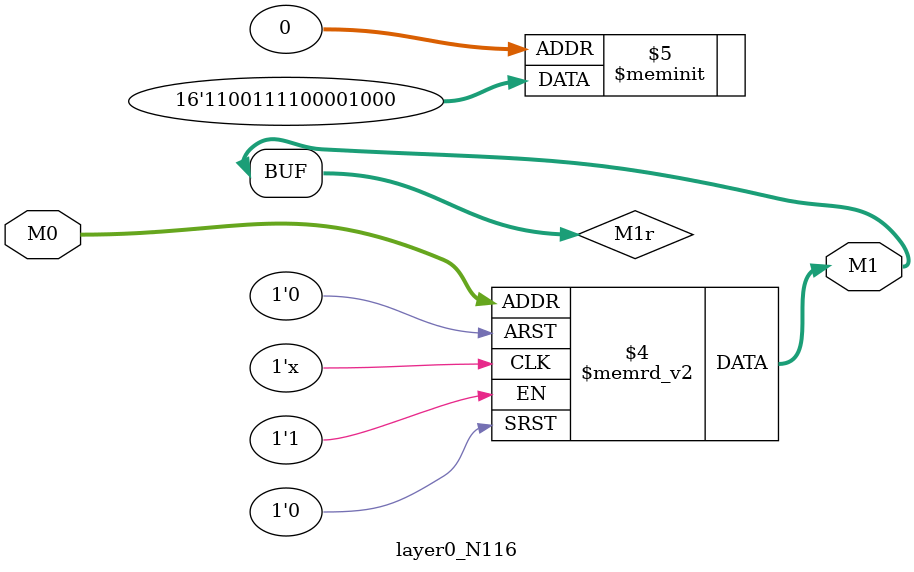
<source format=v>
module layer0_N116 ( input [2:0] M0, output [1:0] M1 );

	(*rom_style = "distributed" *) reg [1:0] M1r;
	assign M1 = M1r;
	always @ (M0) begin
		case (M0)
			3'b000: M1r = 2'b00;
			3'b100: M1r = 2'b11;
			3'b010: M1r = 2'b00;
			3'b110: M1r = 2'b00;
			3'b001: M1r = 2'b10;
			3'b101: M1r = 2'b11;
			3'b011: M1r = 2'b00;
			3'b111: M1r = 2'b11;

		endcase
	end
endmodule

</source>
